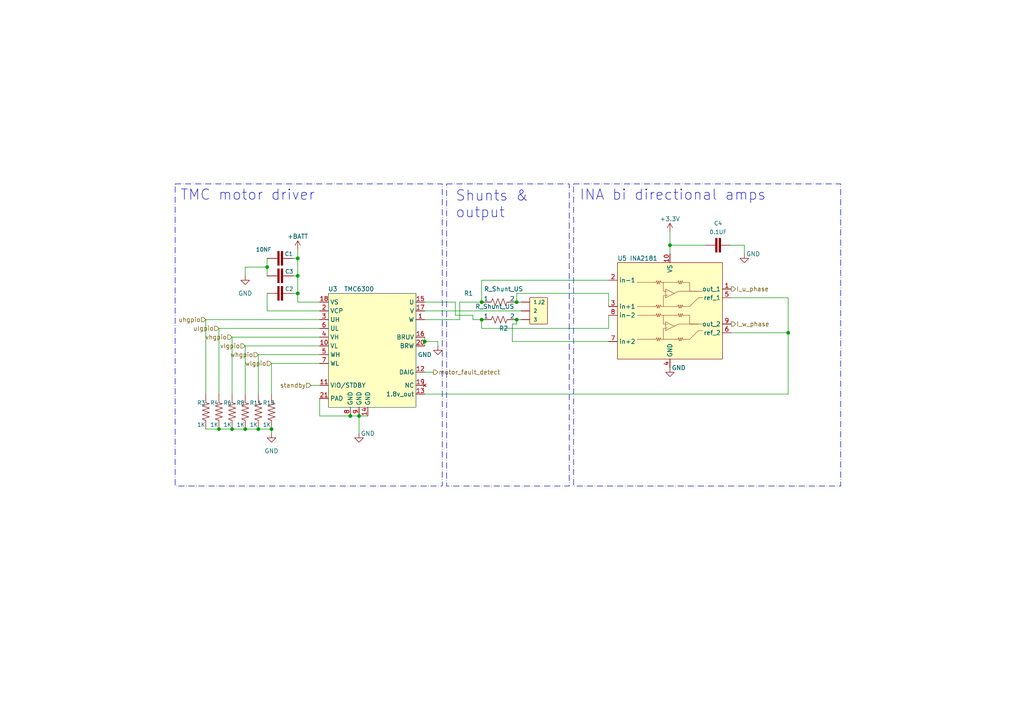
<source format=kicad_sch>
(kicad_sch (version 20230121) (generator eeschema)
  (paper "A4")
  (lib_symbols
    (symbol "R_Shunt_US_1" (pin_numbers hide) (pin_names (offset 0))
      (property "Reference" "R15" (at 3.81 6.35 90))
      (property "Value" "R_Shunt_US" (at 6.35 -3.81 90))
      (symbol "R_Shunt_US_1_1_1"
        (polyline (pts (xy 0 -2.286) (xy 0 -2.54)))
        (polyline (pts (xy 0 2.286) (xy 0 2.54)))
        (polyline (pts (xy 0 -0.762) (xy 1.016 -1.143) (xy 0 -1.524) (xy -1.016 -1.905) (xy 0 -2.286)))
        (polyline (pts (xy 0 0.762) (xy 1.016 0.381) (xy 0 0) (xy -1.016 -0.381) (xy 0 -0.762)))
        (polyline (pts (xy 0 2.286) (xy 1.016 1.905) (xy 0 1.524) (xy -1.016 1.143) (xy 0 0.762)))
        (pin passive line (at 0 5.08 270) (length 2.54) (name "1") (number "1"))
        (pin passive line (at 0 -5.08 90) (length 2.54) (name "2") (number "2"))
      )
    )
    (symbol "motorgo_components:INA2181"
      (property "Reference" "U" (at -14.605 15.24 0))
      (property "Value" "INA2181" (at -7.62 15.24 0))
      (symbol "INA2181_1_1"
        (rectangle (start -15.24 13.97) (end 15.24 -13.97) (fill (type background)))
        (polyline (pts (xy -9.525 -1.27) (xy -4.445 -1.27)) (stroke (width 0.1)))
        (polyline (pts (xy -9.525 8.255) (xy -4.445 8.255)) (stroke (width 0.1)))
        (polyline (pts (xy -4.445 -8.255) (xy -9.525 -8.255)) (stroke (width 0.1)))
        (polyline (pts (xy -4.445 1.27) (xy -9.525 1.27)) (stroke (width 0.1)))
        (polyline (pts (xy -1.016 -4.953) (xy -0.762 -4.953)) (stroke (width 0.1)))
        (polyline (pts (xy -1.016 -3.937) (xy -0.762 -3.937)) (stroke (width 0.1)))
        (polyline (pts (xy -1.016 4.572) (xy -0.762 4.572)) (stroke (width 0.1)))
        (polyline (pts (xy -1.016 5.588) (xy -0.762 5.588)) (stroke (width 0.1)))
        (polyline (pts (xy -0.889 -5.08) (xy -0.889 -4.826)) (stroke (width 0.1)))
        (polyline (pts (xy -0.889 4.445) (xy -0.889 4.699)) (stroke (width 0.1)))
        (polyline (pts (xy 1.27 -4.445) (xy 2.54 -3.81) (xy 8.255 -3.81)) (stroke (width 0.1)))
        (polyline (pts (xy 1.27 5.08) (xy 2.54 5.715) (xy 8.255 5.715)) (stroke (width 0.1)))
        (polyline (pts (xy -1.27 -5.08) (xy -1.905 -5.08) (xy -1.905 -8.255) (xy 1.905 -8.255)) (stroke (width 0.1)))
        (polyline (pts (xy -1.27 -3.81) (xy -1.905 -3.81) (xy -1.905 -1.27) (xy 1.905 -1.27)) (stroke (width 0.1)))
        (polyline (pts (xy -1.27 -3.175) (xy -1.27 -5.715) (xy 1.27 -4.445) (xy -1.27 -3.175)) (stroke (width 0.1)))
        (polyline (pts (xy -1.27 4.445) (xy -1.905 4.445) (xy -1.905 1.27) (xy 1.905 1.27)) (stroke (width 0.1)))
        (polyline (pts (xy -1.27 5.715) (xy -1.905 5.715) (xy -1.905 8.255) (xy 1.905 8.255)) (stroke (width 0.1)))
        (polyline (pts (xy -1.27 6.35) (xy -1.27 3.81) (xy 1.27 5.08) (xy -1.27 6.35)) (stroke (width 0.1)))
        (polyline (pts (xy 4.445 -8.255) (xy 5.715 -8.255) (xy 8.255 -5.715) (xy 9.525 -5.715)) (stroke (width 0.1)))
        (polyline (pts (xy 4.445 1.27) (xy 5.715 1.27) (xy 8.255 3.81) (xy 9.525 3.81)) (stroke (width 0.1)))
        (polyline (pts (xy 9.525 -3.81) (xy 5.715 -3.81) (xy 5.715 -1.27) (xy 4.445 -1.27)) (stroke (width 0.1)))
        (polyline (pts (xy 9.525 5.715) (xy 5.715 5.715) (xy 5.715 8.255) (xy 4.445 8.255)) (stroke (width 0.1)))
        (polyline (pts (xy -4.445 -8.255) (xy -4.064 -8.255) (xy -3.81 -7.747) (xy -3.683 -8.763) (xy -3.302 -7.747) (xy -3.175 -8.763) (xy -2.794 -7.747) (xy -2.667 -8.255) (xy -1.905 -8.255)) (stroke (width 0.1)))
        (polyline (pts (xy -4.445 -1.27) (xy -4.064 -1.27) (xy -3.81 -0.762) (xy -3.683 -1.778) (xy -3.302 -0.762) (xy -3.175 -1.778) (xy -2.794 -0.762) (xy -2.667 -1.27) (xy -1.905 -1.27)) (stroke (width 0.1)))
        (polyline (pts (xy -4.445 1.27) (xy -4.064 1.27) (xy -3.81 1.778) (xy -3.683 0.762) (xy -3.302 1.778) (xy -3.175 0.762) (xy -2.794 1.778) (xy -2.667 1.27) (xy -1.905 1.27)) (stroke (width 0.1)))
        (polyline (pts (xy -4.445 8.255) (xy -4.064 8.255) (xy -3.81 8.763) (xy -3.683 7.747) (xy -3.302 8.763) (xy -3.175 7.747) (xy -2.794 8.763) (xy -2.667 8.255) (xy -1.905 8.255)) (stroke (width 0.1)))
        (polyline (pts (xy 1.905 -8.255) (xy 2.286 -8.255) (xy 2.54 -7.747) (xy 2.667 -8.763) (xy 3.048 -7.747) (xy 3.175 -8.763) (xy 3.556 -7.747) (xy 3.683 -8.255) (xy 4.445 -8.255)) (stroke (width 0.1)))
        (polyline (pts (xy 1.905 -1.27) (xy 2.286 -1.27) (xy 2.54 -0.762) (xy 2.667 -1.778) (xy 3.048 -0.762) (xy 3.175 -1.778) (xy 3.556 -0.762) (xy 3.683 -1.27) (xy 4.445 -1.27)) (stroke (width 0.1)))
        (polyline (pts (xy 1.905 1.27) (xy 2.286 1.27) (xy 2.54 1.778) (xy 2.667 0.762) (xy 3.048 1.778) (xy 3.175 0.762) (xy 3.556 1.778) (xy 3.683 1.27) (xy 4.445 1.27)) (stroke (width 0.1)))
        (polyline (pts (xy 1.905 8.255) (xy 2.286 8.255) (xy 2.54 8.763) (xy 2.667 7.747) (xy 3.048 8.763) (xy 3.175 7.747) (xy 3.556 8.763) (xy 3.683 8.255) (xy 4.445 8.255)) (stroke (width 0.1)))
        (pin input line (at 17.78 6.35 180) (length 2.54) (name "out_1") (number "1"))
        (pin power_in line (at 0 16.51 270) (length 2.54) (name "VS") (number "10"))
        (pin input line (at -17.78 8.89 0) (length 2.54) (name "in-1") (number "2"))
        (pin input line (at -17.78 1.27 0) (length 2.54) (name "in+1") (number "3"))
        (pin power_in line (at 0 -16.51 90) (length 2.54) (name "GND") (number "4"))
        (pin input line (at 17.78 3.81 180) (length 2.54) (name "ref_1") (number "5"))
        (pin input line (at 17.78 -6.35 180) (length 2.54) (name "ref_2") (number "6"))
        (pin input line (at -17.78 -8.89 0) (length 2.54) (name "in+2") (number "7"))
        (pin input line (at -17.78 -1.27 0) (length 2.54) (name "in-2") (number "8"))
        (pin input line (at 17.78 -3.81 180) (length 2.54) (name "out_2") (number "9"))
      )
    )
    (symbol "power:+3.3V" (power) (pin_names (offset 0))
      (property "Value" "+3.3V" (at 0 3.556 0))
      (symbol "+3.3V_0_1"
        (polyline (pts (xy -0.762 1.27) (xy 0 2.54)))
        (polyline (pts (xy 0 0) (xy 0 2.54)))
        (polyline (pts (xy 0 2.54) (xy 0.762 1.27)))
      )
      (symbol "+3.3V_1_1"
        (pin power_in line (at 0 0 90) (length 0) hide (name "+3.3V") (number "1"))
      )
    )
    (symbol "power:+BATT" (power) (pin_names (offset 0))
      (property "Value" "+BATT" (at 0 3.556 0))
      (symbol "+BATT_0_1"
        (polyline (pts (xy -0.762 1.27) (xy 0 2.54)))
        (polyline (pts (xy 0 0) (xy 0 2.54)))
        (polyline (pts (xy 0 2.54) (xy 0.762 1.27)))
      )
      (symbol "+BATT_1_1"
        (pin power_in line (at 0 0 90) (length 0) hide (name "+BATT") (number "1"))
      )
    )
    (symbol "power:GND" (power) (pin_names (offset 0))
      (property "Value" "GND" (at 0 -3.81 0))
      (symbol "GND_0_1"
        (polyline (pts (xy 0 0) (xy 0 -1.27) (xy 1.27 -1.27) (xy 0 -2.54) (xy -1.27 -1.27) (xy 0 -1.27)))
      )
      (symbol "GND_1_1"
        (pin power_in line (at 0 0 270) (length 0) hide (name "GND") (number "1"))
      )
    )
    (symbol "sparkfun_capacitors:0.1UF-0402-16V-10%" (pin_numbers hide) (pin_names (offset 1.016) hide)
      (property "Reference" "C" (at 1.524 2.921 0))
      (property "Value" "0.1UF-0402-16V-10%" (at 1.524 -2.159 0))
      (property "Field4" "CAP-12416" (at 0 7.62 0))
      (symbol "0.1UF-0402-16V-10%_1_0"
        (polyline (pts (xy 0 0) (xy 0 0.508)))
        (polyline (pts (xy 0 2.54) (xy 0 2.032)))
      )
      (symbol "0.1UF-0402-16V-10%_1_1"
        (rectangle (start -2.032 0.508) (end 2.032 1.016) (fill (type outline)))
        (rectangle (start -2.032 1.524) (end 2.032 2.032) (fill (type outline)))
        (pin passive line (at 0 5.08 270) (length 2.54) (name "1") (number "1"))
        (pin passive line (at 0 -2.54 90) (length 2.54) (name "2") (number "2"))
      )
    )
    (symbol "sparkfun_capacitors:10NF-0603-50V-10%" (pin_numbers hide) (pin_names (offset 1.016) hide)
      (property "Reference" "C" (at 1.524 2.921 0))
      (property "Value" "10NF-0603-50V-10%" (at 1.524 -2.159 0))
      (property "Field4" "CAP-00867" (at 0 7.62 0))
      (symbol "10NF-0603-50V-10%_1_0"
        (polyline (pts (xy 0 0) (xy 0 0.508)))
        (polyline (pts (xy 0 2.54) (xy 0 2.032)))
      )
      (symbol "10NF-0603-50V-10%_1_1"
        (rectangle (start -2.032 0.508) (end 2.032 1.016) (fill (type outline)))
        (rectangle (start -2.032 1.524) (end 2.032 2.032) (fill (type outline)))
        (pin passive line (at 0 5.08 270) (length 2.54) (name "1") (number "1"))
        (pin passive line (at 0 -2.54 90) (length 2.54) (name "2") (number "2"))
      )
    )
    (symbol "sparkfun_connectors:CONN_03POLAR_LOCK" (pin_numbers hide) (pin_names (offset 1.016))
      (property "Reference" "J" (at -5.08 7.62 0))
      (property "Value" "CONN_03POLAR_LOCK" (at -5.08 -3.81 0))
      (property "Field4" "CONN-08625" (at 0 11.43 0))
      (symbol "CONN_03POLAR_LOCK_0_1"
        (rectangle (start -5.08 6.35) (end 0 -1.27) (fill (type background)))
      )
      (symbol "CONN_03POLAR_LOCK_1_1"
        (pin passive line (at 2.54 0 180) (length 2.54) (name "1") (number "1"))
        (pin passive line (at 2.54 2.54 180) (length 2.54) (name "2") (number "2"))
        (pin passive line (at 2.54 5.08 180) (length 2.54) (name "3") (number "3"))
      )
    )
    (symbol "sparkfun_resistors:1KOHM-0603-1_10W-1%" (pin_numbers hide) (pin_names (offset 1.016) hide)
      (property "Reference" "R" (at -5.08 1.27 0))
      (property "Value" "1KOHM-0603-1_10W-1%" (at -5.08 -3.81 0))
      (property "Field4" "RES-07856" (at 0 5.08 0))
      (symbol "1KOHM-0603-1_10W-1%_1_0"
        (polyline (pts (xy -2.54 0) (xy -2.159 1.016)))
        (polyline (pts (xy -2.159 1.016) (xy -1.524 -1.016)))
        (polyline (pts (xy -1.524 -1.016) (xy -0.889 1.016)))
        (polyline (pts (xy -0.889 1.016) (xy -0.254 -1.016)))
        (polyline (pts (xy -0.254 -1.016) (xy 0.381 1.016)))
        (polyline (pts (xy 0.381 1.016) (xy 1.016 -1.016)))
        (polyline (pts (xy 1.016 -1.016) (xy 1.651 1.016)))
        (polyline (pts (xy 1.651 1.016) (xy 2.286 -1.016)))
        (polyline (pts (xy 2.286 -1.016) (xy 2.54 0)))
      )
      (symbol "1KOHM-0603-1_10W-1%_1_1"
        (pin passive line (at -5.08 0 0) (length 2.54) (name "1") (number "1"))
        (pin passive line (at 5.08 0 180) (length 2.54) (name "2") (number "2"))
      )
    )
    (symbol "trinamic:TMC6300"
      (property "Reference" "U" (at 0 1.27 0))
      (symbol "TMC6300_1_1"
        (rectangle (start 0 0) (end 25.4 -33.02) (stroke (width 0) (color 41 85 79 1)) (fill (type background)))
        (pin power_out line (at 27.94 -7.62 180) (length 2.54) (name "W") (number "1"))
        (pin input line (at -2.54 -15.24 0) (length 2.54) (name "VL") (number "10"))
        (pin input line (at -2.54 -26.67 0) (length 2.54) (name "VIO/STDBY") (number "11"))
        (pin output line (at 27.94 -22.86 180) (length 2.54) (name "DAIG") (number "12"))
        (pin output line (at 27.94 -29.21 180) (length 2.54) (name "1.8v_out") (number "13"))
        (pin passive line (at 11.43 -35.56 90) (length 2.54) (name "GND") (number "14"))
        (pin power_out line (at 27.94 -2.54 180) (length 2.54) (name "U") (number "15"))
        (pin output line (at 27.94 -12.7 180) (length 2.54) (name "BRUV") (number "16"))
        (pin power_out line (at 27.94 -5.08 180) (length 2.54) (name "V") (number "17"))
        (pin power_in line (at -2.54 -2.54 0) (length 2.54) (name "VS") (number "18"))
        (pin no_connect line (at 27.94 -26.67 180) (length 2.54) (name "NC") (number "19"))
        (pin input line (at -2.54 -5.08 0) (length 2.54) (name "VCP") (number "2"))
        (pin output line (at 27.94 -15.24 180) (length 2.54) (name "BRW") (number "20"))
        (pin passive line (at -2.54 -30.48 0) (length 2.54) (name "PAD") (number "21"))
        (pin input line (at -2.54 -7.62 0) (length 2.54) (name "UH") (number "3"))
        (pin input line (at -2.54 -12.7 0) (length 2.54) (name "VH") (number "4"))
        (pin input line (at -2.54 -17.78 0) (length 2.54) (name "WH") (number "5"))
        (pin input line (at -2.54 -10.16 0) (length 2.54) (name "UL") (number "6"))
        (pin input line (at -2.54 -20.32 0) (length 2.54) (name "WL") (number "7"))
        (pin passive line (at 6.35 -35.56 90) (length 2.54) (name "GND") (number "8"))
        (pin passive line (at 8.89 -35.56 90) (length 2.54) (name "GND") (number "9"))
      )
    )
  )
  (junction (at 86.36 80.01))
  (junction (at 86.36 85.09))
  (junction (at 104.14 120.65))
  (junction (at 194.31 71.12))
  (junction (at 149.86 87.63))
  (junction (at 86.36 74.93))
  (junction (at 149.86 92.71))
  (junction (at 67.31 124.46))
  (junction (at 123.19 99.06))
  (junction (at 71.12 124.46))
  (junction (at 228.6 96.52))
  (junction (at 78.74 124.46))
  (junction (at 77.47 77.47))
  (junction (at 74.93 124.46))
  (junction (at 139.7 87.63))
  (junction (at 139.7 92.71))
  (junction (at 101.6 120.65))
  (junction (at 63.5 124.46))
  (wire (pts (xy 71.12 77.47) (xy 77.47 77.47)))
  (wire (pts (xy 85.09 85.09) (xy 86.36 85.09)))
  (wire (pts (xy 78.74 105.41) (xy 92.71 105.41)))
  (wire (pts (xy 123.19 97.79) (xy 123.19 99.06)))
  (wire (pts (xy 194.31 67.31) (xy 194.31 71.12)))
  (wire (pts (xy 123.19 99.06) (xy 123.19 100.33)))
  (wire (pts (xy 104.14 120.65) (xy 104.14 125.73)))
  (wire (pts (xy 67.31 124.46) (xy 71.12 124.46)))
  (wire (pts (xy 86.36 80.01) (xy 86.36 74.93)))
  (wire (pts (xy 78.74 124.46) (xy 78.74 125.73)))
  (wire (pts (xy 92.71 87.63) (xy 86.36 87.63)))
  (wire (pts (xy 139.7 81.28) (xy 176.53 81.28)))
  (wire (pts (xy 149.86 85.09) (xy 149.86 87.63)))
  (wire (pts (xy 123.19 87.63) (xy 132.08 87.63)))
  (wire (pts (xy 86.36 74.93) (xy 85.09 74.93)))
  (wire (pts (xy 63.5 95.25) (xy 63.5 114.3)))
  (wire (pts (xy 59.69 92.71) (xy 59.69 114.3)))
  (wire (pts (xy 78.74 105.41) (xy 78.74 114.3)))
  (wire (pts (xy 133.35 92.71) (xy 133.35 87.63)))
  (wire (pts (xy 123.19 114.3) (xy 228.6 114.3)))
  (wire (pts (xy 228.6 114.3) (xy 228.6 96.52)))
  (wire (pts (xy 71.12 124.46) (xy 74.93 124.46)))
  (wire (pts (xy 63.5 124.46) (xy 67.31 124.46)))
  (wire (pts (xy 77.47 90.17) (xy 77.47 85.09)))
  (wire (pts (xy 148.59 93.98) (xy 148.59 99.06)))
  (wire (pts (xy 67.31 97.79) (xy 92.71 97.79)))
  (wire (pts (xy 123.19 90.17) (xy 151.13 90.17)))
  (wire (pts (xy 71.12 100.33) (xy 92.71 100.33)))
  (wire (pts (xy 212.09 86.36) (xy 228.6 86.36)))
  (wire (pts (xy 74.93 102.87) (xy 92.71 102.87)))
  (wire (pts (xy 77.47 77.47) (xy 77.47 80.01)))
  (wire (pts (xy 139.7 95.25) (xy 176.53 95.25)))
  (wire (pts (xy 132.08 91.44) (xy 137.16 91.44)))
  (wire (pts (xy 71.12 80.01) (xy 71.12 77.47)))
  (wire (pts (xy 92.71 120.65) (xy 101.6 120.65)))
  (wire (pts (xy 176.53 95.25) (xy 176.53 91.44)))
  (wire (pts (xy 101.6 120.65) (xy 104.14 120.65)))
  (wire (pts (xy 59.69 124.46) (xy 63.5 124.46)))
  (wire (pts (xy 137.16 91.44) (xy 137.16 92.71)))
  (wire (pts (xy 176.53 85.09) (xy 176.53 88.9)))
  (wire (pts (xy 228.6 86.36) (xy 228.6 96.52)))
  (wire (pts (xy 104.14 120.65) (xy 106.68 120.65)))
  (wire (pts (xy 92.71 90.17) (xy 77.47 90.17)))
  (wire (pts (xy 133.35 87.63) (xy 139.7 87.63)))
  (wire (pts (xy 149.86 93.98) (xy 149.86 92.71)))
  (wire (pts (xy 149.86 87.63) (xy 151.13 87.63)))
  (wire (pts (xy 137.16 92.71) (xy 139.7 92.71)))
  (wire (pts (xy 90.17 111.76) (xy 92.71 111.76)))
  (wire (pts (xy 194.31 71.12) (xy 204.47 71.12)))
  (wire (pts (xy 139.7 87.63) (xy 139.7 81.28)))
  (wire (pts (xy 123.19 92.71) (xy 133.35 92.71)))
  (wire (pts (xy 123.19 107.95) (xy 125.73 107.95)))
  (wire (pts (xy 212.09 96.52) (xy 228.6 96.52)))
  (wire (pts (xy 67.31 97.79) (xy 67.31 114.3)))
  (wire (pts (xy 139.7 92.71) (xy 139.7 95.25)))
  (wire (pts (xy 127 100.33) (xy 127 99.06)))
  (wire (pts (xy 149.86 85.09) (xy 176.53 85.09)))
  (wire (pts (xy 74.93 102.87) (xy 74.93 114.3)))
  (wire (pts (xy 59.69 92.71) (xy 92.71 92.71)))
  (wire (pts (xy 194.31 71.12) (xy 194.31 73.66)))
  (wire (pts (xy 71.12 114.3) (xy 71.12 100.33)))
  (wire (pts (xy 86.36 87.63) (xy 86.36 85.09)))
  (wire (pts (xy 63.5 95.25) (xy 92.71 95.25)))
  (wire (pts (xy 92.71 115.57) (xy 92.71 120.65)))
  (wire (pts (xy 77.47 74.93) (xy 77.47 77.47)))
  (wire (pts (xy 127 99.06) (xy 123.19 99.06)))
  (wire (pts (xy 215.9 71.12) (xy 215.9 73.66)))
  (wire (pts (xy 85.09 80.01) (xy 86.36 80.01)))
  (wire (pts (xy 74.93 124.46) (xy 78.74 124.46)))
  (wire (pts (xy 149.86 92.71) (xy 151.13 92.71)))
  (wire (pts (xy 86.36 85.09) (xy 86.36 80.01)))
  (wire (pts (xy 148.59 93.98) (xy 149.86 93.98)))
  (wire (pts (xy 132.08 87.63) (xy 132.08 91.44)))
  (wire (pts (xy 212.09 71.12) (xy 215.9 71.12)))
  (wire (pts (xy 86.36 74.93) (xy 86.36 72.39)))
  (wire (pts (xy 148.59 99.06) (xy 176.53 99.06)))
  (rectangle (start 50.8 53.34) (end 128.27 140.97) (stroke (width 0) (type dash_dot)))
  (rectangle (start 129.54 53.34) (end 165.1 140.97) (stroke (width 0) (type dash_dot)))
  (rectangle (start 166.37 53.34) (end 243.84 140.97) (stroke (width 0) (type dash_dot)))
  (text "INA bi directional amps" (at 222.25 58.42 0) (effects (font (size 3 3)) (justify right bottom)))
  (text "TMC motor driver" (at 91.44 58.42 0) (effects (font (size 3 3)) (justify right bottom)))
  (text "Shunts & \noutput" (at 132.08 63.5 0) (effects (font (size 3 3)) (justify left bottom)))
  (hierarchical_label "I_w_phase" (shape output) (at 212.09 93.98 0))
  (hierarchical_label "wlgpio" (shape input) (at 78.74 105.41 180))
  (hierarchical_label "whgpio" (shape input) (at 74.93 102.87 180))
  (hierarchical_label "motor_fault_detect" (shape output) (at 125.73 107.95 0))
  (hierarchical_label "standby" (shape input) (at 90.17 111.76 180))
  (hierarchical_label "ulgpio" (shape input) (at 63.5 95.25 180))
  (hierarchical_label "vhgpio" (shape input) (at 67.31 97.79 180))
  (hierarchical_label "vlgpio" (shape input) (at 71.12 100.33 180))
  (hierarchical_label "I_u_phase" (shape output) (at 212.09 83.82 0))
  (hierarchical_label "uhgpio" (shape input) (at 59.69 92.71 180))
  (symbol (lib_id "sparkfun_connectors:CONN_03POLAR_LOCK") (at 153.67 87.63 180) (unit 1)
    (property "Reference" "J2" (at 155.9531 87.656 0) (effects (font (size 1.143 1.143)) (justify right)))
    (property "Value" "CONN_03POLAR_LOCK" (effects hide))
    (property "Footprint" "aa_sparkfun_connectors:1X03_LOCK" (effects hide))
    (property "Datasheet" "https://www.lcsc.com/product-detail/Wire-To-Board-Wire-To-Wire-Connector_JST-SM03B-SRSS-TB-LF-SN_C160403.html" (effects hide))
    (property "Field4" "CONN-08625" (effects hide))
    (property "note" "this is supposed to be motor output - DNP and send board with .1\" headers" (effects hide))
    (property "LCSC Part Number" "C160403" (effects hide))
    (property "Manufacturer_Name" "JST" (effects hide))
    (property "Manufacturer_Part_Number" "SM03B-SRSS-TB(LF)(SN)" (effects hide))
    (instances (project "mini_motor_go_V1_rev3" (path "" (reference "J2") (unit 1)) (path "" (reference "J2") (unit 1)) (path "" (reference "J1") (unit 1))))
  )
  (symbol (lib_id "power:+BATT") (at 86.36 72.39 0) (unit 1)
    (property "Reference" "#PWR02" (effects hide))
    (property "Value" "+BATT" (at 86.36 68.58 0))
    (instances (project "mini_motor_go_V1_rev3" (path "" (reference "#PWR02") (unit 1)) (path "" (reference "#PWR011") (unit 1))))
  )
  (symbol (lib_id "sparkfun_capacitors:10NF-0603-50V-10%") (at 82.55 85.09 90) (unit 1)
    (property "Reference" "C2" (at 85.09 83.82 90) (effects (font (size 1.143 1.143)) (justify left)))
    (property "Value" "10NF" (effects hide))
    (property "Footprint" "Capacitor_SMD:C_0402_1005Metric" (effects hide))
    (property "Datasheet" "https://www.lcsc.com/product-detail/Multilayer-Ceramic-Capacitors-MLCC-SMD-SMT_YAGEO-CC0402KRX7R9BB103_C60133.html" (effects hide))
    (property "Field4" "CAP-00867" (effects hide))
    (property "LCSC Part Number" "C60133" (effects hide))
    (property "Manufacturer_Name" "YAGEO" (effects hide))
    (property "Manufacturer_Part_Number" "CC0402KRX7R9BB103" (effects hide))
    (property "note" "0603 or 0402 " (effects hide))
    (instances (project "mini_motor_go_V1_rev3" (path "" (reference "C2") (unit 1)) (path "" (reference "C7") (unit 1))))
  )
  (symbol (lib_id "sparkfun_resistors:1KOHM-0603-1_10W-1%") (at 74.93 119.38 90) (unit 1)
    (property "Reference" "R11" (at 72.39 116.84 90) (effects (font (size 1.143 1.143)) (justify right)))
    (property "Value" "1K" (at 72.39 123.19 90) (effects (font (size 1.143 1.143)) (justify right)))
    (property "Footprint" "Resistor_SMD:R_0402_1005Metric_Pad0.72x0.64mm_HandSolder" (effects hide))
    (property "Datasheet" "https://www.lcsc.com/product-detail/Chip-span-style-background-color-ff0-Resistor-span-Surface-Mount_VO-SCR0402F1K_C3015791.html" (effects hide))
    (property "Field4" "RES-07856" (effects hide))
    (property "LCSC Part Number" "C3015791" (effects hide))
    (property "Manufacturer_Name" "VO" (effects hide))
    (property "Manufacturer_Part_Number" "SCR0402F1K" (effects hide))
    (instances (project "mini_motor_go_V1_rev3" (path "" (reference "R11") (unit 1)) (path "" (reference "R12") (unit 1))))
  )
  (symbol (lib_id "trinamic:TMC6300") (at 95.25 85.09 0) (unit 1)
    (property "Reference" "U3" (at 96.52 83.82 0))
    (property "Value" "TMC6300" (at 104.14 83.82 0))
    (property "Footprint" "aaa_trinamic:TMC6300 3x3mm" (effects hide))
    (property "Datasheet" "https://www.mouser.com/ProductDetail/ADI-Trinamic/TMC6300-LA?qs=QNEnbhJQKvYIagO3WUG%252BYg%3D%3D" (effects hide))
    (property "note" "LA and LA-T are same AFAIK - choose cheaper and higher qty available" (effects hide))
    (property "LCSC Part Number" "n/a" (effects hide))
    (property "Manufacturer_Name" "ADI Trinamic" (effects hide))
    (property "Manufacturer_Part_Number" "TMC6300-LA" (effects hide))
    (instances (project "mini_motor_go_V1_rev3" (path "" (reference "U3") (unit 1)) (path "" (reference "U5") (unit 1)) (path "" (reference "U2") (unit 1))))
  )
  (symbol (lib_name "R_Shunt_US_1") (lib_id "Device:R_Shunt_US") (at 144.78 87.63 90) (unit 1)
    (property "Reference" "R1" (at 135.89 85.09 90))
    (property "Value" "R_Shunt_US" (at 146.05 83.82 90))
    (property "Footprint" "aaa_SamacSys_Parts:RESC1608X55N" (effects hide))
    (property "Datasheet" "https://www.lcsc.com/product-detail/Current-Sense-Resistors-Shunt-Resistors_LIZ-Elec-RM2512FBR001GS_C5154734.html" (effects hide))
    (property "LCSC Part Number" "C5154734" (effects hide))
    (property "Manufacturer_Name" "LIZ Elec" (effects hide))
    (property "Manufacturer_Part_Number" "RM2512FBR001GS" (effects hide))
    (instances (project "mini_motor_go_V1_rev3" (path "" (reference "R1") (unit 1)) (path "" (reference "R15") (unit 1))))
  )
  (symbol (lib_id "motorgo_components:INA2181") (at 194.31 90.17 0) (unit 1)
    (property "Reference" "U5" (at 179.07 74.93 0) (effects (justify left)))
    (property "Value" "INA2181" (at 186.69 74.93 0))
    (property "Footprint" "aaa_motorgo_components:INA2181_VSSOP_10" (effects hide))
    (property "Datasheet" "https://www.lcsc.com/product-detail/Current-Sensing-Amplifiers_Texas-Instruments-INA2181A4QDGSRQ1_C2058024.html" (effects hide))
    (property "LCSC Part Number" "C2058024" (effects hide))
    (property "Manufacturer_Name" "Texas Instruments " (effects hide))
    (property "Manufacturer_Part_Number" "INA2181A4QDGSRQ1" (effects hide))
    (instances (project "mini_motor_go_V1_rev3" (path "" (reference "U5") (unit 1)) (path "" (reference "U3") (unit 1)) (path "" (reference "U4") (unit 1))))
  )
  (symbol (lib_id "sparkfun_capacitors:0.1UF-0402-16V-10%") (at 209.55 71.12 90) (unit 1)
    (property "Reference" "C4" (at 208.28 64.77 90) (effects (font (size 1.143 1.143))))
    (property "Value" "0.1UF" (at 208.28 67.31 90) (effects (font (size 1.143 1.143))))
    (property "Footprint" "Capacitor_SMD:C_0805_2012Metric" (effects hide))
    (property "Datasheet" "https://www.lcsc.com/product-detail/Multilayer-Ceramic-Capacitors-MLCC-SMD-SMT_Kyocera-AVX-08055C104KAZ2A_C6641151.html" (effects hide))
    (property "Field4" "CAP-12416" (effects hide))
    (property "LCSC Part Number" "C6641151" (effects hide))
    (property "Manufacturer_Name" "Kyocera AVX" (effects hide))
    (property "Manufacturer_Part_Number" "08055C104KAZ2A" (effects hide))
    (property "note" " " (effects hide))
    (instances (project "mini_motor_go_V1_rev3" (path "" (reference "C4") (unit 1)) (path "" (reference "C8") (unit 1))))
  )
  (symbol (lib_id "sparkfun_resistors:1KOHM-0603-1_10W-1%") (at 59.69 119.38 90) (unit 1)
    (property "Reference" "R3" (at 57.15 116.84 90) (effects (font (size 1.143 1.143)) (justify right)))
    (property "Value" "1K" (at 57.15 123.19 90) (effects (font (size 1.143 1.143)) (justify right)))
    (property "Footprint" "Resistor_SMD:R_0402_1005Metric_Pad0.72x0.64mm_HandSolder" (effects hide))
    (property "Datasheet" "https://www.lcsc.com/product-detail/Chip-span-style-background-color-ff0-Resistor-span-Surface-Mount_VO-SCR0402F1K_C3015791.html" (effects hide))
    (property "Field4" "RES-07856" (effects hide))
    (property "LCSC Part Number" "C3015791" (effects hide))
    (property "Manufacturer_Name" "VO" (effects hide))
    (property "Manufacturer_Part_Number" "SCR0402F1K" (effects hide))
    (instances (project "mini_motor_go_V1_rev3" (path "" (reference "R3") (unit 1)) (path "" (reference "R9") (unit 1))))
  )
  (symbol (lib_id "sparkfun_resistors:1KOHM-0603-1_10W-1%") (at 71.12 119.38 90) (unit 1)
    (property "Reference" "R8" (at 68.58 116.84 90) (effects (font (size 1.143 1.143)) (justify right)))
    (property "Value" "1K" (at 68.58 123.19 90) (effects (font (size 1.143 1.143)) (justify right)))
    (property "Footprint" "Resistor_SMD:R_0402_1005Metric_Pad0.72x0.64mm_HandSolder" (effects hide))
    (property "Datasheet" "https://www.lcsc.com/product-detail/Chip-span-style-background-color-ff0-Resistor-span-Surface-Mount_VO-SCR0402F1K_C3015791.html" (effects hide))
    (property "Field4" "RES-07856" (effects hide))
    (property "LCSC Part Number" "C3015791" (effects hide))
    (property "Manufacturer_Name" "VO" (effects hide))
    (property "Manufacturer_Part_Number" "SCR0402F1K" (effects hide))
    (instances (project "mini_motor_go_V1_rev3" (path "" (reference "R8") (unit 1)) (path "" (reference "R10") (unit 1))))
  )
  (symbol (lib_id "sparkfun_capacitors:10NF-0603-50V-10%") (at 82.55 80.01 90) (unit 1)
    (property "Reference" "C3" (at 85.09 78.74 90) (effects (font (size 1.143 1.143)) (justify left)))
    (property "Value" "10NF" (at 78.74 72.39 90) (effects (font (size 1.143 1.143)) (justify left)))
    (property "Footprint" "Capacitor_SMD:C_0402_1005Metric" (effects hide))
    (property "Datasheet" "https://www.lcsc.com/product-detail/Multilayer-Ceramic-Capacitors-MLCC-SMD-SMT_YAGEO-CC0402KRX7R9BB103_C60133.html" (effects hide))
    (property "Field4" "CAP-00867" (effects hide))
    (property "LCSC Part Number" "C60133" (effects hide))
    (property "Manufacturer_Name" "YAGEO" (effects hide))
    (property "Manufacturer_Part_Number" "CC0402KRX7R9BB103" (effects hide))
    (property "note" "see note on C1." (effects hide))
    (instances (project "mini_motor_go_V1_rev3" (path "" (reference "C3") (unit 1)) (path "" (reference "C6") (unit 1))))
  )
  (symbol (lib_id "power:GND") (at 215.9 73.66 0) (unit 1)
    (property "Reference" "#PWR08" (effects hide))
    (property "Value" "GND" (at 218.44 73.66 0))
    (instances (project "mini_motor_go_V1_rev3" (path "" (reference "#PWR08") (unit 1)) (path "" (reference "#PWR016") (unit 1))))
  )
  (symbol (lib_id "power:GND") (at 104.14 125.73 0) (unit 1)
    (property "Reference" "#PWR01" (effects hide))
    (property "Value" "GND" (at 106.68 125.73 0))
    (instances (project "mini_motor_go_V1_rev3" (path "" (reference "#PWR01") (unit 1)) (path "" (reference "#PWR012") (unit 1))))
  )
  (symbol (lib_id "power:GND") (at 71.12 80.01 0) (unit 1)
    (property "Reference" "#PWR03" (effects hide))
    (property "Value" "GND" (at 71.12 85.09 0))
    (instances (project "mini_motor_go_V1_rev3" (path "" (reference "#PWR03") (unit 1)) (path "" (reference "#PWR09") (unit 1))))
  )
  (symbol (lib_id "sparkfun_resistors:1KOHM-0603-1_10W-1%") (at 63.5 119.38 90) (unit 1)
    (property "Reference" "R4" (at 60.96 116.84 90) (effects (font (size 1.143 1.143)) (justify right)))
    (property "Value" "1K" (at 60.96 123.19 90) (effects (font (size 1.143 1.143)) (justify right)))
    (property "Footprint" "Resistor_SMD:R_0402_1005Metric_Pad0.72x0.64mm_HandSolder" (effects hide))
    (property "Datasheet" "https://www.lcsc.com/product-detail/Chip-span-style-background-color-ff0-Resistor-span-Surface-Mount_VO-SCR0402F1K_C3015791.html" (effects hide))
    (property "Field4" "RES-07856" (effects hide))
    (property "LCSC Part Number" "C3015791" (effects hide))
    (property "Manufacturer_Name" "VO" (effects hide))
    (property "Manufacturer_Part_Number" "SCR0402F1K" (effects hide))
    (instances (project "mini_motor_go_V1_rev3" (path "" (reference "R4") (unit 1)) (path "" (reference "R5") (unit 1))))
  )
  (symbol (lib_name "R_Shunt_US_1") (lib_id "Device:R_Shunt_US") (at 144.78 92.71 90) (unit 1)
    (property "Reference" "R2" (at 146.05 95.25 90))
    (property "Value" "R_Shunt_US" (at 143.51 88.9 90))
    (property "Footprint" "aaa_SamacSys_Parts:RESC1608X55N" (effects hide))
    (property "Datasheet" "https://www.lcsc.com/product-detail/Current-Sense-Resistors-Shunt-Resistors_LIZ-Elec-RM2512FBR001GS_C5154734.html" (effects hide))
    (property "LCSC Part Number" "C5154734" (effects hide))
    (property "Manufacturer_Name" "LIZ Elec" (effects hide))
    (property "Manufacturer_Part_Number" "RM2512FBR001GS" (effects hide))
    (instances (project "mini_motor_go_V1_rev3" (path "" (reference "R2") (unit 1)) (path "" (reference "R16") (unit 1))))
  )
  (symbol (lib_id "power:GND") (at 194.31 106.68 0) (unit 1)
    (property "Reference" "#PWR06" (effects hide))
    (property "Value" "GND" (at 196.85 106.68 0))
    (instances (project "mini_motor_go_V1_rev3" (path "" (reference "#PWR06") (unit 1)) (path "" (reference "#PWR015") (unit 1))))
  )
  (symbol (lib_id "power:GND") (at 78.74 125.73 0) (unit 1)
    (property "Reference" "#PWR04" (effects hide))
    (property "Value" "GND" (at 78.74 130.81 0))
    (instances (project "mini_motor_go_V1_rev3" (path "" (reference "#PWR04") (unit 1)) (path "" (reference "#PWR010") (unit 1))))
  )
  (symbol (lib_id "sparkfun_capacitors:10NF-0603-50V-10%") (at 80.01 74.93 270) (unit 1)
    (property "Reference" "C1" (at 82.55 73.66 90) (effects (font (size 1.143 1.143)) (justify left)))
    (property "Value" "10NF" (effects hide))
    (property "Footprint" "Capacitor_SMD:C_0402_1005Metric" (effects hide))
    (property "Datasheet" "https://www.lcsc.com/product-detail/Multilayer-Ceramic-Capacitors-MLCC-SMD-SMT_YAGEO-CC0402KRX7R9BB103_C60133.html" (effects hide))
    (property "Field4" "CAP-00867" (effects hide))
    (property "LCSC Part Number" "C60133" (effects hide))
    (property "Manufacturer_Name" "YAGEO" (effects hide))
    (property "Manufacturer_Part_Number" "CC0402KRX7R9BB103" (effects hide))
    (property "note" "0603 or 0402 " (effects hide))
    (instances (project "mini_motor_go_V1_rev3" (path "" (reference "C1") (unit 1)) (path "" (reference "C5") (unit 1))))
  )
  (symbol (lib_id "power:+3.3V") (at 194.31 67.31 0) (unit 1)
    (property "Reference" "#PWR07" (effects hide))
    (property "Value" "+3.3V" (at 194.31 63.5 0))
    (instances (project "mini_motor_go_V1_rev3" (path "" (reference "#PWR07") (unit 1)) (path "" (reference "#PWR014") (unit 1))))
  )
  (symbol (lib_id "power:GND") (at 127 100.33 0) (unit 1)
    (property "Reference" "#PWR05" (effects hide))
    (property "Value" "GND" (at 123.19 102.87 0))
    (instances (project "mini_motor_go_V1_rev3" (path "" (reference "#PWR05") (unit 1)) (path "" (reference "#PWR013") (unit 1))))
  )
  (symbol (lib_id "sparkfun_resistors:1KOHM-0603-1_10W-1%") (at 78.74 119.38 90) (unit 1)
    (property "Reference" "R13" (at 76.2 116.84 90) (effects (font (size 1.143 1.143)) (justify right)))
    (property "Value" "1K" (at 76.2 123.19 90) (effects (font (size 1.143 1.143)) (justify right)))
    (property "Footprint" "Resistor_SMD:R_0402_1005Metric_Pad0.72x0.64mm_HandSolder" (effects hide))
    (property "Datasheet" "https://www.lcsc.com/product-detail/Chip-span-style-background-color-ff0-Resistor-span-Surface-Mount_VO-SCR0402F1K_C3015791.html" (effects hide))
    (property "Field4" "RES-07856" (effects hide))
    (property "LCSC Part Number" "C3015791" (effects hide))
    (property "Manufacturer_Name" "VO" (effects hide))
    (property "Manufacturer_Part_Number" "SCR0402F1K" (effects hide))
    (instances (project "mini_motor_go_V1_rev3" (path "" (reference "R13") (unit 1)) (path "" (reference "R14") (unit 1))))
  )
  (symbol (lib_id "sparkfun_resistors:1KOHM-0603-1_10W-1%") (at 67.31 119.38 90) (unit 1)
    (property "Reference" "R6" (at 64.77 116.84 90) (effects (font (size 1.143 1.143)) (justify right)))
    (property "Value" "1K" (at 64.77 123.19 90) (effects (font (size 1.143 1.143)) (justify right)))
    (property "Footprint" "Resistor_SMD:R_0402_1005Metric_Pad0.72x0.64mm_HandSolder" (effects hide))
    (property "Datasheet" "https://www.lcsc.com/product-detail/Chip-span-style-background-color-ff0-Resistor-span-Surface-Mount_VO-SCR0402F1K_C3015791.html" (effects hide))
    (property "Field4" "RES-07856" (effects hide))
    (property "LCSC Part Number" "C3015791" (effects hide))
    (property "Manufacturer_Name" "VO" (effects hide))
    (property "Manufacturer_Part_Number" "SCR0402F1K" (effects hide))
    (instances (project "mini_motor_go_V1_rev3" (path "" (reference "R6") (unit 1)) (path "" (reference "R7") (unit 1))))
  )
)
</source>
